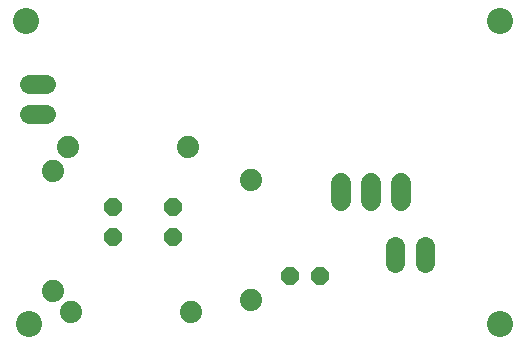
<source format=gbr>
G04 EAGLE Gerber RS-274X export*
G75*
%MOMM*%
%FSLAX34Y34*%
%LPD*%
%INSoldermask Top*%
%IPPOS*%
%AMOC8*
5,1,8,0,0,1.08239X$1,22.5*%
G01*
%ADD10C,2.203200*%
%ADD11C,1.625600*%
%ADD12P,1.649562X8X292.500000*%
%ADD13P,1.649562X8X202.500000*%
%ADD14C,1.879600*%
%ADD15C,1.727200*%


D10*
X17780Y276860D03*
X419100Y276860D03*
X20320Y20320D03*
X419100Y20320D03*
D11*
X355600Y71628D02*
X355600Y85852D01*
X330200Y85852D02*
X330200Y71628D01*
D12*
X91440Y119380D03*
X91440Y93980D03*
X142240Y119380D03*
X142240Y93980D03*
D13*
X266700Y60960D03*
X241300Y60960D03*
D14*
X53340Y170180D03*
X154940Y170180D03*
X208280Y40640D03*
X208280Y142240D03*
X55880Y30480D03*
X157480Y30480D03*
X40640Y48260D03*
X40640Y149860D03*
D15*
X284480Y139700D02*
X284480Y124460D01*
X309880Y124460D02*
X309880Y139700D01*
X335280Y139700D02*
X335280Y124460D01*
D11*
X35052Y223520D02*
X20828Y223520D01*
X20828Y198120D02*
X35052Y198120D01*
M02*

</source>
